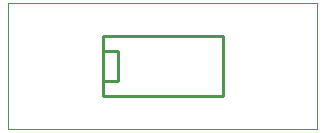
<source format=gto>
G04 (created by PCBNEW (2013-07-07 BZR 4022)-stable) date 7/10/2015 1:05:57 PM*
%MOIN*%
G04 Gerber Fmt 3.4, Leading zero omitted, Abs format*
%FSLAX34Y34*%
G01*
G70*
G90*
G04 APERTURE LIST*
%ADD10C,0.00590551*%
%ADD11C,0.00393701*%
%ADD12C,0.01*%
G04 APERTURE END LIST*
G54D10*
G54D11*
X84150Y-62950D02*
X84150Y-62900D01*
X84150Y-67100D02*
X84150Y-62950D01*
X73850Y-67100D02*
X84150Y-67100D01*
X73850Y-66950D02*
X73850Y-67100D01*
X73850Y-62900D02*
X73850Y-66950D01*
X84150Y-62900D02*
X73850Y-62900D01*
G54D12*
X77000Y-64500D02*
X77500Y-64500D01*
X77500Y-64500D02*
X77500Y-65500D01*
X77500Y-65500D02*
X77000Y-65500D01*
X77000Y-64000D02*
X81000Y-64000D01*
X81000Y-64000D02*
X81000Y-66000D01*
X81000Y-66000D02*
X77000Y-66000D01*
X77000Y-66000D02*
X77000Y-64000D01*
M02*

</source>
